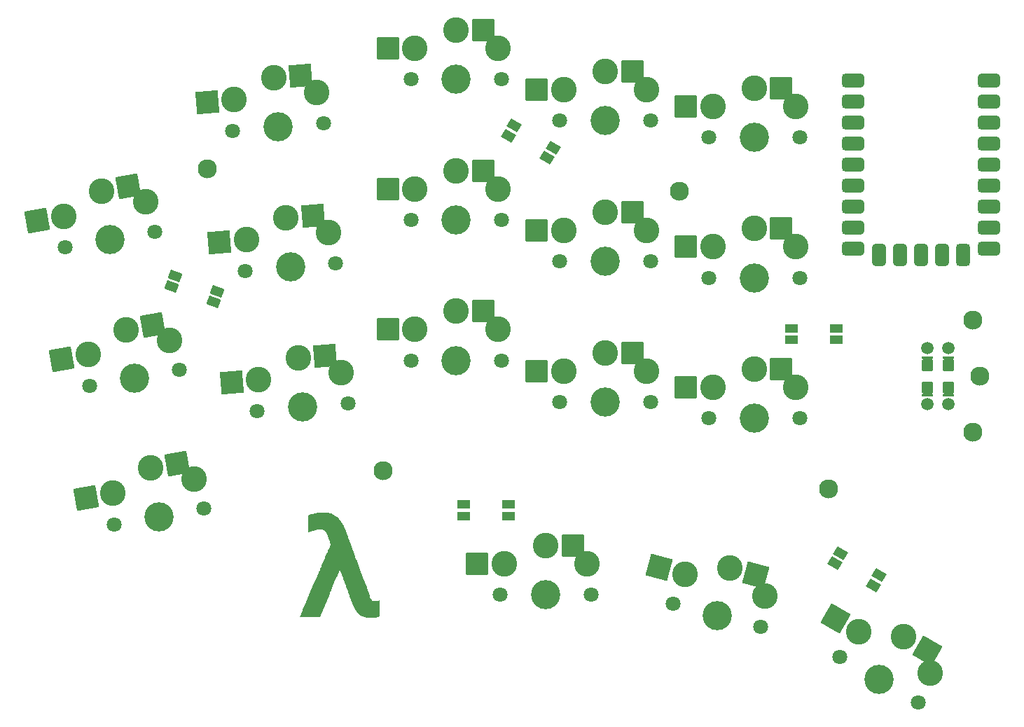
<source format=gbr>
%TF.GenerationSoftware,KiCad,Pcbnew,9.0.3*%
%TF.CreationDate,2025-07-20T18:48:36+02:00*%
%TF.ProjectId,kdb-v1,6b64622d-7631-42e6-9b69-6361645f7063,v1.0.0*%
%TF.SameCoordinates,Original*%
%TF.FileFunction,Soldermask,Top*%
%TF.FilePolarity,Negative*%
%FSLAX46Y46*%
G04 Gerber Fmt 4.6, Leading zero omitted, Abs format (unit mm)*
G04 Created by KiCad (PCBNEW 9.0.3) date 2025-07-20 18:48:36*
%MOMM*%
%LPD*%
G01*
G04 APERTURE LIST*
G04 Aperture macros list*
%AMRoundRect*
0 Rectangle with rounded corners*
0 $1 Rounding radius*
0 $2 $3 $4 $5 $6 $7 $8 $9 X,Y pos of 4 corners*
0 Add a 4 corners polygon primitive as box body*
4,1,4,$2,$3,$4,$5,$6,$7,$8,$9,$2,$3,0*
0 Add four circle primitives for the rounded corners*
1,1,$1+$1,$2,$3*
1,1,$1+$1,$4,$5*
1,1,$1+$1,$6,$7*
1,1,$1+$1,$8,$9*
0 Add four rect primitives between the rounded corners*
20,1,$1+$1,$2,$3,$4,$5,0*
20,1,$1+$1,$4,$5,$6,$7,0*
20,1,$1+$1,$6,$7,$8,$9,0*
20,1,$1+$1,$8,$9,$2,$3,0*%
%AMFreePoly0*
4,1,14,0.035355,0.435355,0.635355,-0.164645,0.650000,-0.200000,0.650000,-0.400000,0.635355,-0.435355,0.600000,-0.450000,-0.600000,-0.450000,-0.635355,-0.435355,-0.650000,-0.400000,-0.650000,-0.200000,-0.635355,-0.164645,-0.035355,0.435355,0.000000,0.450000,0.035355,0.435355,0.035355,0.435355,$1*%
%AMFreePoly1*
4,1,16,0.635355,0.285355,0.650000,0.250000,0.650000,-1.000000,0.635355,-1.035355,0.600000,-1.050000,0.564645,-1.035355,0.000000,-0.470710,-0.564645,-1.035355,-0.600000,-1.050000,-0.635355,-1.035355,-0.650000,-1.000000,-0.650000,0.250000,-0.635355,0.285355,-0.600000,0.300000,0.600000,0.300000,0.635355,0.285355,0.635355,0.285355,$1*%
G04 Aperture macros list end*
%ADD10C,0.100000*%
%ADD11C,0.000000*%
%ADD12C,1.801800*%
%ADD13C,3.100000*%
%ADD14C,3.529000*%
%ADD15RoundRect,0.050000X-1.300000X-1.300000X1.300000X-1.300000X1.300000X1.300000X-1.300000X1.300000X0*%
%ADD16RoundRect,0.050000X-1.181751X-1.408356X1.408356X-1.181751X1.181751X1.408356X-1.408356X1.181751X0*%
%ADD17RoundRect,0.425000X-0.925000X-0.425000X0.925000X-0.425000X0.925000X0.425000X-0.925000X0.425000X0*%
%ADD18RoundRect,0.425050X-0.924950X-0.425050X0.924950X-0.425050X0.924950X0.425050X-0.924950X0.425050X0*%
%ADD19RoundRect,0.425000X-0.425000X-0.925000X0.425000X-0.925000X0.425000X0.925000X-0.425000X0.925000X0*%
%ADD20RoundRect,0.418700X-0.418700X-0.931300X0.418700X-0.931300X0.418700X0.931300X-0.418700X0.931300X0*%
%ADD21C,2.300000*%
%ADD22RoundRect,0.050000X-1.775833X-0.475833X0.475833X-1.775833X1.775833X0.475833X-0.475833X1.775833X0*%
%ADD23RoundRect,0.050000X-1.592168X-0.919239X0.919239X-1.592168X1.592168X0.919239X-0.919239X1.592168X0*%
%ADD24RoundRect,0.050000X-1.054507X-1.505993X1.505993X-1.054507X1.054507X1.505993X-1.505993X1.054507X0*%
%ADD25C,1.500000*%
%ADD26FreePoly0,180.000000*%
%ADD27FreePoly0,0.000000*%
%ADD28FreePoly1,0.000000*%
%ADD29FreePoly1,180.000000*%
%ADD30RoundRect,0.050000X-0.700000X-0.500000X0.700000X-0.500000X0.700000X0.500000X-0.700000X0.500000X0*%
%ADD31RoundRect,0.050000X-0.856218X-0.083013X0.356218X-0.783013X0.856218X0.083013X-0.356218X0.783013X0*%
%ADD32RoundRect,0.050000X-0.828795X-0.230432X0.486775X-0.709260X0.828795X0.230432X-0.486775X0.709260X0*%
G04 APERTURE END LIST*
D10*
%TO.C,AdamTech-MDJ004FS1*%
X193415865Y-81804410D02*
X192399865Y-81804410D01*
X192399865Y-80788410D01*
X193415865Y-80788410D01*
X193415865Y-81804410D01*
G36*
X193415865Y-81804410D02*
G01*
X192399865Y-81804410D01*
X192399865Y-80788410D01*
X193415865Y-80788410D01*
X193415865Y-81804410D01*
G37*
X193423865Y-85288410D02*
X192407865Y-85288410D01*
X192407865Y-84272410D01*
X193423865Y-84272410D01*
X193423865Y-85288410D01*
G36*
X193423865Y-85288410D02*
G01*
X192407865Y-85288410D01*
X192407865Y-84272410D01*
X193423865Y-84272410D01*
X193423865Y-85288410D01*
G37*
X195915865Y-81804410D02*
X194899865Y-81804410D01*
X194899865Y-80788410D01*
X195915865Y-80788410D01*
X195915865Y-81804410D01*
G36*
X195915865Y-81804410D02*
G01*
X194899865Y-81804410D01*
X194899865Y-80788410D01*
X195915865Y-80788410D01*
X195915865Y-81804410D01*
G37*
X195915865Y-85296410D02*
X194899865Y-85296410D01*
X194899865Y-84280410D01*
X195915865Y-84280410D01*
X195915865Y-85296410D01*
G36*
X195915865Y-85296410D02*
G01*
X194899865Y-85296410D01*
X194899865Y-84280410D01*
X195915865Y-84280410D01*
X195915865Y-85296410D01*
G37*
D11*
%TO.C,G\u002A\u002A\u002A*%
G36*
X120027066Y-99519069D02*
G01*
X120202972Y-99527391D01*
X120369411Y-99541609D01*
X120492778Y-99557273D01*
X120643179Y-99587828D01*
X120802466Y-99635493D01*
X120966822Y-99698798D01*
X121132434Y-99776270D01*
X121295484Y-99866438D01*
X121297430Y-99867604D01*
X121367867Y-99915763D01*
X121449563Y-99982397D01*
X121541856Y-100066885D01*
X121644086Y-100168610D01*
X121755592Y-100286952D01*
X121813893Y-100351351D01*
X121886247Y-100432824D01*
X121946467Y-100502509D01*
X121997225Y-100564323D01*
X122041195Y-100622182D01*
X122081049Y-100680000D01*
X122119460Y-100741694D01*
X122159100Y-100811180D01*
X122202642Y-100892372D01*
X122252759Y-100989187D01*
X122263262Y-101009703D01*
X122327363Y-101135853D01*
X122381992Y-101245247D01*
X122428523Y-101340852D01*
X122468330Y-101425633D01*
X122502786Y-101502557D01*
X122533263Y-101574591D01*
X122561136Y-101644702D01*
X122578476Y-101690563D01*
X122603928Y-101759083D01*
X122636830Y-101847594D01*
X122676774Y-101954995D01*
X122723350Y-102080188D01*
X122776148Y-102222071D01*
X122834758Y-102379545D01*
X122898771Y-102551510D01*
X122967777Y-102736867D01*
X123041366Y-102934515D01*
X123119129Y-103143354D01*
X123200656Y-103362285D01*
X123285537Y-103590207D01*
X123373362Y-103826022D01*
X123463723Y-104068628D01*
X123556208Y-104316926D01*
X123650409Y-104569816D01*
X123745916Y-104826199D01*
X123842319Y-105084974D01*
X123939209Y-105345041D01*
X124036175Y-105605301D01*
X124132808Y-105864654D01*
X124228698Y-106122000D01*
X124323436Y-106376238D01*
X124416612Y-106626269D01*
X124507816Y-106870994D01*
X124596639Y-107109312D01*
X124682671Y-107340123D01*
X124765502Y-107562328D01*
X124844722Y-107774826D01*
X124898693Y-107919583D01*
X124977821Y-108131774D01*
X125049482Y-108323910D01*
X125114047Y-108497035D01*
X125171889Y-108652194D01*
X125223377Y-108790430D01*
X125268885Y-108912788D01*
X125308783Y-109020312D01*
X125343443Y-109114046D01*
X125373237Y-109195033D01*
X125398535Y-109264318D01*
X125419709Y-109322946D01*
X125437132Y-109371959D01*
X125451173Y-109412403D01*
X125462206Y-109445321D01*
X125470600Y-109471757D01*
X125476728Y-109492756D01*
X125480962Y-109509361D01*
X125483672Y-109522618D01*
X125485230Y-109533568D01*
X125486007Y-109543258D01*
X125486376Y-109552730D01*
X125486707Y-109563029D01*
X125487282Y-109573903D01*
X125503232Y-109678495D01*
X125535436Y-109777082D01*
X125581772Y-109863210D01*
X125583066Y-109865107D01*
X125613179Y-109910618D01*
X125645122Y-109961279D01*
X125661793Y-109988900D01*
X125687822Y-110030655D01*
X125715727Y-110071690D01*
X125732757Y-110094516D01*
X125756181Y-110128089D01*
X125774509Y-110161551D01*
X125778482Y-110171284D01*
X125795809Y-110199738D01*
X125817975Y-110216178D01*
X125838244Y-110219708D01*
X125876548Y-110222728D01*
X125928416Y-110225020D01*
X125989377Y-110226365D01*
X126031505Y-110226628D01*
X126111040Y-110225888D01*
X126179565Y-110223222D01*
X126244802Y-110217961D01*
X126314473Y-110209434D01*
X126396300Y-110196972D01*
X126421844Y-110192785D01*
X126488639Y-110181638D01*
X126549125Y-110171387D01*
X126599241Y-110162736D01*
X126634923Y-110156383D01*
X126651462Y-110153182D01*
X126676783Y-110147422D01*
X126676783Y-111125610D01*
X126676783Y-112103798D01*
X126465773Y-112154861D01*
X126369273Y-112177812D01*
X126289120Y-112195750D01*
X126219952Y-112209594D01*
X126156404Y-112220263D01*
X126093113Y-112228675D01*
X126024714Y-112235749D01*
X125962162Y-112241106D01*
X125900964Y-112244851D01*
X125825472Y-112247631D01*
X125740091Y-112249458D01*
X125649225Y-112250341D01*
X125557278Y-112250291D01*
X125468656Y-112249318D01*
X125387762Y-112247432D01*
X125319001Y-112244643D01*
X125266778Y-112240963D01*
X125253168Y-112239458D01*
X125162028Y-112224323D01*
X125057670Y-112201113D01*
X124946119Y-112171634D01*
X124833405Y-112137689D01*
X124725553Y-112101083D01*
X124628593Y-112063621D01*
X124555428Y-112030568D01*
X124403018Y-111945091D01*
X124262162Y-111846654D01*
X124136480Y-111738031D01*
X124042184Y-111637267D01*
X123984924Y-111566476D01*
X123923209Y-111485766D01*
X123859521Y-111398762D01*
X123796340Y-111309086D01*
X123736147Y-111220365D01*
X123681423Y-111136223D01*
X123634649Y-111060284D01*
X123598306Y-110996173D01*
X123583847Y-110967655D01*
X123563300Y-110922752D01*
X123537439Y-110863511D01*
X123509104Y-110796573D01*
X123481130Y-110728582D01*
X123471612Y-110704918D01*
X123442205Y-110632324D01*
X123409283Y-110552723D01*
X123376493Y-110474834D01*
X123347478Y-110407376D01*
X123342243Y-110395436D01*
X123331884Y-110370099D01*
X123314261Y-110324766D01*
X123289801Y-110260593D01*
X123258934Y-110178736D01*
X123222086Y-110080353D01*
X123179686Y-109966600D01*
X123132161Y-109838633D01*
X123079940Y-109697609D01*
X123023451Y-109544683D01*
X122963122Y-109381014D01*
X122899379Y-109207756D01*
X122832653Y-109026067D01*
X122763369Y-108837103D01*
X122691957Y-108642021D01*
X122618844Y-108441976D01*
X122580150Y-108335977D01*
X122507225Y-108136160D01*
X122436358Y-107942050D01*
X122367935Y-107754703D01*
X122302342Y-107575170D01*
X122239964Y-107404507D01*
X122181187Y-107243768D01*
X122126398Y-107094006D01*
X122075982Y-106956275D01*
X122030324Y-106831628D01*
X121989811Y-106721121D01*
X121954829Y-106625807D01*
X121925764Y-106546740D01*
X121903001Y-106484974D01*
X121886926Y-106441562D01*
X121877925Y-106417558D01*
X121876051Y-106412864D01*
X121873716Y-106413702D01*
X121869360Y-106419763D01*
X121862705Y-106431707D01*
X121853475Y-106450196D01*
X121841392Y-106475892D01*
X121826180Y-106509455D01*
X121807561Y-106551546D01*
X121785257Y-106602827D01*
X121758992Y-106663960D01*
X121728489Y-106735604D01*
X121693470Y-106818422D01*
X121653658Y-106913074D01*
X121608776Y-107020223D01*
X121558546Y-107140528D01*
X121502693Y-107274652D01*
X121440937Y-107423255D01*
X121373003Y-107586998D01*
X121298613Y-107766544D01*
X121217490Y-107962552D01*
X121129356Y-108175685D01*
X121033935Y-108406604D01*
X120930949Y-108655969D01*
X120820122Y-108924442D01*
X120701175Y-109212684D01*
X120627715Y-109390738D01*
X119479929Y-112172970D01*
X118239038Y-112173259D01*
X116998147Y-112173549D01*
X117013542Y-112136974D01*
X117019449Y-112123098D01*
X117033759Y-112089562D01*
X117056029Y-112037402D01*
X117085817Y-111967654D01*
X117122678Y-111881356D01*
X117166172Y-111779543D01*
X117215853Y-111663253D01*
X117271281Y-111533520D01*
X117332011Y-111391382D01*
X117397601Y-111237876D01*
X117467608Y-111074036D01*
X117541589Y-110900901D01*
X117619101Y-110719506D01*
X117699702Y-110530888D01*
X117782948Y-110336083D01*
X117868396Y-110136127D01*
X117955603Y-109932057D01*
X118044127Y-109724910D01*
X118133525Y-109515722D01*
X118223354Y-109305528D01*
X118313171Y-109095366D01*
X118402532Y-108886273D01*
X118490996Y-108679283D01*
X118578118Y-108475434D01*
X118663457Y-108275763D01*
X118746570Y-108081305D01*
X118827013Y-107893097D01*
X118904343Y-107712176D01*
X118978118Y-107539577D01*
X119047895Y-107376338D01*
X119113230Y-107223494D01*
X119173681Y-107082082D01*
X119228806Y-106953139D01*
X119278160Y-106837700D01*
X119311197Y-106760434D01*
X119351068Y-106667181D01*
X119396779Y-106560253D01*
X119447746Y-106441020D01*
X119503383Y-106310851D01*
X119563106Y-106171114D01*
X119626329Y-106023179D01*
X119692467Y-105868415D01*
X119760936Y-105708191D01*
X119831151Y-105543877D01*
X119902526Y-105376840D01*
X119974477Y-105208452D01*
X120046419Y-105040079D01*
X120117767Y-104873093D01*
X120187935Y-104708861D01*
X120256339Y-104548754D01*
X120322394Y-104394139D01*
X120385514Y-104246387D01*
X120445116Y-104106866D01*
X120500614Y-103976945D01*
X120551422Y-103857994D01*
X120596957Y-103751382D01*
X120636632Y-103658477D01*
X120669864Y-103580649D01*
X120696066Y-103519268D01*
X120714655Y-103475701D01*
X120725045Y-103451319D01*
X120725636Y-103449930D01*
X120747946Y-103397422D01*
X120634325Y-103020316D01*
X120578120Y-102835844D01*
X120526771Y-102671849D01*
X120479767Y-102526949D01*
X120436598Y-102399763D01*
X120396752Y-102288909D01*
X120359719Y-102193006D01*
X120324986Y-102110671D01*
X120292045Y-102040524D01*
X120260382Y-101981183D01*
X120234054Y-101938148D01*
X120207720Y-101902460D01*
X120171156Y-101858981D01*
X120127732Y-101811098D01*
X120080815Y-101762200D01*
X120033773Y-101715676D01*
X119989974Y-101674912D01*
X119952787Y-101643297D01*
X119925580Y-101624220D01*
X119918830Y-101621056D01*
X119839448Y-101594036D01*
X119774435Y-101574715D01*
X119717637Y-101561548D01*
X119662899Y-101552995D01*
X119635719Y-101550091D01*
X119570726Y-101546860D01*
X119492910Y-101547365D01*
X119410046Y-101551174D01*
X119329909Y-101557853D01*
X119260274Y-101566969D01*
X119230028Y-101572697D01*
X119166475Y-101587137D01*
X119093961Y-101604366D01*
X119016046Y-101623461D01*
X118936291Y-101643501D01*
X118858256Y-101663562D01*
X118785502Y-101682723D01*
X118721587Y-101700061D01*
X118670074Y-101714654D01*
X118634522Y-101725578D01*
X118621438Y-101730372D01*
X118596481Y-101739617D01*
X118553735Y-101753596D01*
X118497123Y-101771107D01*
X118430567Y-101790945D01*
X118357989Y-101811908D01*
X118328838Y-101820145D01*
X118257225Y-101840261D01*
X118192129Y-101858564D01*
X118136941Y-101874101D01*
X118095053Y-101885916D01*
X118069856Y-101893053D01*
X118064754Y-101894517D01*
X118061369Y-101894615D01*
X118058394Y-101891902D01*
X118055804Y-101885022D01*
X118053572Y-101872623D01*
X118051671Y-101853351D01*
X118050075Y-101825850D01*
X118048757Y-101788769D01*
X118047691Y-101740751D01*
X118046851Y-101680445D01*
X118046210Y-101606494D01*
X118045741Y-101517547D01*
X118045419Y-101412247D01*
X118045216Y-101289243D01*
X118045107Y-101147179D01*
X118045064Y-100984702D01*
X118045060Y-100886731D01*
X118045060Y-99873186D01*
X118154785Y-99800252D01*
X118202101Y-99769118D01*
X118237118Y-99748002D01*
X118266264Y-99734436D01*
X118295968Y-99725956D01*
X118332661Y-99720096D01*
X118377049Y-99715016D01*
X118438786Y-99707314D01*
X118502054Y-99697278D01*
X118570778Y-99684092D01*
X118648883Y-99666939D01*
X118740292Y-99645002D01*
X118848932Y-99617467D01*
X118860966Y-99614356D01*
X118993036Y-99585256D01*
X119143166Y-99561089D01*
X119307421Y-99541993D01*
X119481871Y-99528106D01*
X119662584Y-99519564D01*
X119845626Y-99516506D01*
X120027066Y-99519069D01*
G37*
%TD*%
D12*
%TO.C,S10*%
X148447865Y-86142410D03*
D13*
X148947865Y-82392410D03*
X153947865Y-80192410D03*
X153947865Y-80192410D03*
D14*
X153947865Y-86142410D03*
D13*
X158947865Y-82392410D03*
D12*
X159447865Y-86142410D03*
D15*
X157222865Y-80192410D03*
X145672865Y-82392410D03*
%TD*%
D12*
%TO.C,S6*%
X108926422Y-53391885D03*
D13*
X109097683Y-49612577D03*
X113886916Y-46985170D03*
X113886916Y-46985170D03*
D14*
X114405493Y-52912528D03*
D13*
X119059632Y-48741019D03*
D12*
X119884564Y-52433171D03*
D16*
X117149454Y-46699734D03*
X105835148Y-49898012D03*
%TD*%
D12*
%TO.C,S14*%
X166447865Y-71142410D03*
D13*
X166947865Y-67392410D03*
X171947865Y-65192410D03*
X171947865Y-65192410D03*
D14*
X171947865Y-71142410D03*
D13*
X176947865Y-67392410D03*
D12*
X177447865Y-71142410D03*
D15*
X175222865Y-65192410D03*
X163672865Y-67392410D03*
%TD*%
D17*
%TO.C,RP2040Zero1*%
X200327865Y-47282410D03*
X200327865Y-47282410D03*
X200327865Y-49822410D03*
X200327865Y-49822410D03*
X200327865Y-52362410D03*
X200327865Y-52362410D03*
X200327865Y-54902410D03*
X200327865Y-54902410D03*
X200327865Y-57442410D03*
X200327865Y-57442410D03*
D18*
X200327865Y-59982410D03*
X200327865Y-59982410D03*
X200327865Y-62522410D03*
X200327865Y-62522410D03*
X200327865Y-65062410D03*
X200327865Y-65062410D03*
X200327865Y-67602410D03*
X200327865Y-67602410D03*
D19*
X197187865Y-68412410D03*
X197187865Y-68412410D03*
D20*
X194647865Y-68412410D03*
X194647865Y-68412410D03*
X192107865Y-68412410D03*
X192107865Y-68412410D03*
X189567865Y-68412410D03*
X189567865Y-68412410D03*
X187027865Y-68412410D03*
X187027865Y-68412410D03*
D18*
X183887865Y-67602410D03*
X183887865Y-67602410D03*
X183887865Y-65062410D03*
X183887865Y-65062410D03*
X183887865Y-62522410D03*
X183887865Y-62522410D03*
X183887865Y-59982410D03*
X183887865Y-59982410D03*
X183887865Y-47282410D03*
X183887865Y-47282410D03*
X183887865Y-49822410D03*
X183887865Y-49822410D03*
X183887865Y-52362410D03*
X183887865Y-52362410D03*
X183887865Y-57442410D03*
X183887865Y-57442410D03*
X183887865Y-54902410D03*
X183887865Y-54902410D03*
%TD*%
D21*
%TO.C,MH2*%
X127075365Y-94466401D03*
%TD*%
D12*
%TO.C,S18*%
X182298723Y-116947965D03*
D13*
X184606736Y-113950370D03*
X190036863Y-114545114D03*
X190036863Y-114545114D03*
D14*
X187061863Y-119697965D03*
D13*
X193266990Y-118950370D03*
D12*
X191825003Y-122447965D03*
D22*
X192873096Y-116182614D03*
X181770503Y-112312870D03*
%TD*%
D12*
%TO.C,S12*%
X148447865Y-52142410D03*
D13*
X148947865Y-48392410D03*
X153947865Y-46192410D03*
X153947865Y-46192410D03*
D14*
X153947865Y-52142410D03*
D13*
X158947865Y-48392410D03*
D12*
X159447865Y-52142410D03*
D15*
X157222865Y-46192410D03*
X145672865Y-48392410D03*
%TD*%
D21*
%TO.C,MH1*%
X105810153Y-57930757D03*
%TD*%
D12*
%TO.C,S8*%
X130447865Y-64142410D03*
D13*
X130947865Y-60392410D03*
X135947865Y-58192410D03*
X135947865Y-58192410D03*
D14*
X135947865Y-64142410D03*
D13*
X140947865Y-60392410D03*
D12*
X141447865Y-64142410D03*
D15*
X139222865Y-58192410D03*
X127672865Y-60392410D03*
%TD*%
D12*
%TO.C,S11*%
X148447865Y-69142410D03*
D13*
X148947865Y-65392410D03*
X153947865Y-63192410D03*
X153947865Y-63192410D03*
D14*
X153947865Y-69142410D03*
D13*
X158947865Y-65392410D03*
D12*
X159447865Y-69142410D03*
D15*
X157222865Y-63192410D03*
X145672865Y-65392410D03*
%TD*%
D12*
%TO.C,S15*%
X166447865Y-54142410D03*
D13*
X166947865Y-50392410D03*
X171947865Y-48192410D03*
X171947865Y-48192410D03*
D14*
X171947865Y-54142410D03*
D13*
X176947865Y-50392410D03*
D12*
X177447865Y-54142410D03*
D15*
X175222865Y-48192410D03*
X163672865Y-50392410D03*
%TD*%
D12*
%TO.C,S17*%
X162135273Y-110518905D03*
D13*
X163588807Y-107026093D03*
X168987838Y-106195151D03*
X168987838Y-106195151D03*
D14*
X167447865Y-111942410D03*
D13*
X173248066Y-109614283D03*
D12*
X172760457Y-113365915D03*
D23*
X172151245Y-107042784D03*
X160425400Y-106178461D03*
%TD*%
D12*
%TO.C,S3*%
X88679519Y-67471601D03*
D13*
X88520743Y-63691748D03*
X93062755Y-60656930D03*
X93062755Y-60656930D03*
D14*
X94095962Y-66516536D03*
D13*
X98368820Y-61955266D03*
D12*
X99512405Y-65561471D03*
D24*
X96288001Y-60088232D03*
X85295497Y-64260446D03*
%TD*%
D12*
%TO.C,S9*%
X130447865Y-47142410D03*
D13*
X130947865Y-43392410D03*
X135947865Y-41192410D03*
X135947865Y-41192410D03*
D14*
X135947865Y-47142410D03*
D13*
X140947865Y-43392410D03*
D12*
X141447865Y-47142410D03*
D15*
X139222865Y-41192410D03*
X127672865Y-43392410D03*
%TD*%
D12*
%TO.C,S5*%
X110408070Y-70327195D03*
D13*
X110579331Y-66547887D03*
X115368564Y-63920480D03*
X115368564Y-63920480D03*
D14*
X115887141Y-69847838D03*
D13*
X120541280Y-65676329D03*
D12*
X121366212Y-69368481D03*
D16*
X118631102Y-63635044D03*
X107316796Y-66833322D03*
%TD*%
D21*
%TO.C,AdamTech-MDJ004FS1*%
X198407865Y-76292410D03*
D25*
X195407865Y-79642410D03*
X192907865Y-79642410D03*
D26*
X195407865Y-81042410D03*
X192907865Y-81042410D03*
D21*
X199207865Y-83042410D03*
D27*
X192915865Y-85034410D03*
X195407865Y-85042410D03*
D25*
X195407865Y-86442410D03*
X192907865Y-86442410D03*
D21*
X198407865Y-89792410D03*
D28*
X195407865Y-84026410D03*
D29*
X195407865Y-82058410D03*
D28*
X192915865Y-84018410D03*
D29*
X192907865Y-82058410D03*
%TD*%
D12*
%TO.C,S7*%
X130447865Y-81142410D03*
D13*
X130947865Y-77392410D03*
X135947865Y-75192410D03*
X135947865Y-75192410D03*
D14*
X135947865Y-81142410D03*
D13*
X140947865Y-77392410D03*
D12*
X141447865Y-81142410D03*
D15*
X139222865Y-75192410D03*
X127672865Y-77392410D03*
%TD*%
D21*
%TO.C,MH4*%
X162947865Y-60642410D03*
%TD*%
D12*
%TO.C,S1*%
X94583557Y-100955065D03*
D13*
X94424781Y-97175212D03*
X98966793Y-94140394D03*
X98966793Y-94140394D03*
D14*
X100000000Y-100000000D03*
D13*
X104272858Y-95438730D03*
D12*
X105416443Y-99044935D03*
D24*
X102192039Y-93571696D03*
X91199535Y-97743910D03*
%TD*%
D12*
%TO.C,S4*%
X111889718Y-87262505D03*
D13*
X112060979Y-83483197D03*
X116850212Y-80855790D03*
X116850212Y-80855790D03*
D14*
X117368789Y-86783148D03*
D13*
X122022928Y-82611639D03*
D12*
X122847860Y-86303791D03*
D16*
X120112750Y-80570354D03*
X108798444Y-83768632D03*
%TD*%
D21*
%TO.C,MH3*%
X180947865Y-96642410D03*
%TD*%
D12*
%TO.C,S16*%
X141247865Y-109442410D03*
D13*
X141747865Y-105692410D03*
X146747865Y-103492410D03*
X146747865Y-103492410D03*
D14*
X146747865Y-109442410D03*
D13*
X151747865Y-105692410D03*
D12*
X152247865Y-109442410D03*
D15*
X150022865Y-103492410D03*
X138472865Y-105692410D03*
%TD*%
D12*
%TO.C,S2*%
X91631538Y-84213333D03*
D13*
X91472762Y-80433480D03*
X96014774Y-77398662D03*
X96014774Y-77398662D03*
D14*
X97047981Y-83258268D03*
D13*
X101320839Y-78696998D03*
D12*
X102464424Y-82303203D03*
D24*
X99240020Y-76829964D03*
X88247516Y-81002178D03*
%TD*%
D12*
%TO.C,S13*%
X166447865Y-88142410D03*
D13*
X166947865Y-84392410D03*
X171947865Y-82192410D03*
X171947865Y-82192410D03*
D14*
X171947865Y-88142410D03*
D13*
X176947865Y-84392410D03*
D12*
X177447865Y-88142410D03*
D15*
X175222865Y-82192410D03*
X163672865Y-84392410D03*
%TD*%
D30*
%TO.C,LED5*%
X142247865Y-99942410D03*
X142247865Y-98542410D03*
X136847865Y-98542410D03*
X136847865Y-99942410D03*
%TD*%
D31*
%TO.C,LED4*%
X186355903Y-108320724D03*
X187055903Y-107108288D03*
X182379365Y-104408288D03*
X181679365Y-105620724D03*
%TD*%
D30*
%TO.C,LED3*%
X181847865Y-78642410D03*
X181847865Y-77242410D03*
X176447865Y-77242410D03*
X176447865Y-78642410D03*
%TD*%
D31*
%TO.C,LED2*%
X146936134Y-56648628D03*
X147636134Y-55436192D03*
X142959596Y-52736192D03*
X142259596Y-53948628D03*
%TD*%
D32*
%TO.C,LED1*%
X106585396Y-74068721D03*
X107064224Y-72753152D03*
X101989884Y-70906243D03*
X101511056Y-72221812D03*
%TD*%
M02*

</source>
